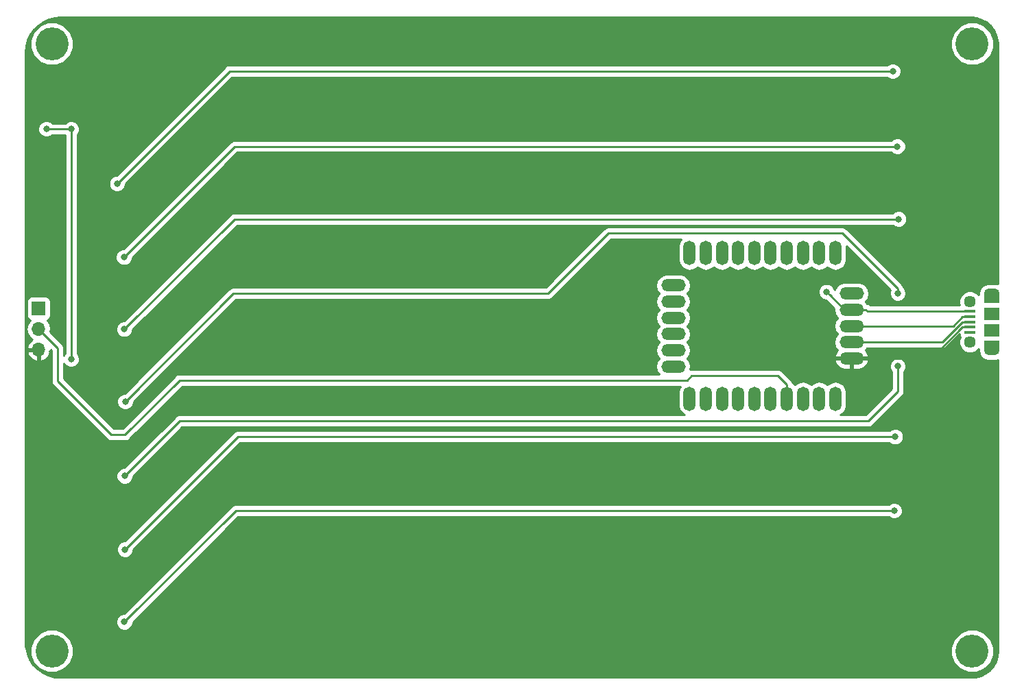
<source format=gbr>
G04 #@! TF.GenerationSoftware,KiCad,Pcbnew,(5.0.0-rc3-dev)*
G04 #@! TF.CreationDate,2018-08-27T10:34:44-04:00*
G04 #@! TF.ProjectId,Neopixel mini - 96 well,4E656F706978656C206D696E69202D20,rev?*
G04 #@! TF.SameCoordinates,Original*
G04 #@! TF.FileFunction,Copper,L2,Bot,Signal*
G04 #@! TF.FilePolarity,Positive*
%FSLAX46Y46*%
G04 Gerber Fmt 4.6, Leading zero omitted, Abs format (unit mm)*
G04 Created by KiCad (PCBNEW (5.0.0-rc3-dev)) date 08/27/18 10:34:44*
%MOMM*%
%LPD*%
G01*
G04 APERTURE LIST*
G04 #@! TA.AperFunction,ComponentPad*
%ADD10C,4.064000*%
G04 #@! TD*
G04 #@! TA.AperFunction,ComponentPad*
%ADD11O,1.700000X1.700000*%
G04 #@! TD*
G04 #@! TA.AperFunction,ComponentPad*
%ADD12R,1.700000X1.700000*%
G04 #@! TD*
G04 #@! TA.AperFunction,SMDPad,CuDef*
%ADD13R,1.900000X1.200000*%
G04 #@! TD*
G04 #@! TA.AperFunction,ComponentPad*
%ADD14O,1.900000X1.200000*%
G04 #@! TD*
G04 #@! TA.AperFunction,SMDPad,CuDef*
%ADD15R,1.900000X1.500000*%
G04 #@! TD*
G04 #@! TA.AperFunction,ComponentPad*
%ADD16C,1.450000*%
G04 #@! TD*
G04 #@! TA.AperFunction,SMDPad,CuDef*
%ADD17R,1.350000X0.400000*%
G04 #@! TD*
G04 #@! TA.AperFunction,SMDPad,CuDef*
%ADD18O,1.500000X3.000000*%
G04 #@! TD*
G04 #@! TA.AperFunction,SMDPad,CuDef*
%ADD19O,3.000000X1.500000*%
G04 #@! TD*
G04 #@! TA.AperFunction,ViaPad*
%ADD20C,0.800000*%
G04 #@! TD*
G04 #@! TA.AperFunction,Conductor*
%ADD21C,0.250000*%
G04 #@! TD*
G04 #@! TA.AperFunction,Conductor*
%ADD22C,0.254000*%
G04 #@! TD*
G04 APERTURE END LIST*
D10*
G04 #@! TO.P,REF\002A\002A,1*
G04 #@! TO.N,N/C*
X44000000Y-119000000D03*
G04 #@! TD*
G04 #@! TO.P,REF\002A\002A,1*
G04 #@! TO.N,N/C*
X157600000Y-119000000D03*
G04 #@! TD*
G04 #@! TO.P,REF\002A\002A,1*
G04 #@! TO.N,N/C*
X157600000Y-44000000D03*
G04 #@! TD*
D11*
G04 #@! TO.P,J1,3*
G04 #@! TO.N,GND*
X42357040Y-81767680D03*
G04 #@! TO.P,J1,2*
G04 #@! TO.N,Net-(D1-Pad3)*
X42357040Y-79227680D03*
D12*
G04 #@! TO.P,J1,1*
G04 #@! TO.N,VCC*
X42357040Y-76687680D03*
G04 #@! TD*
D10*
G04 #@! TO.P,REF\002A\002A,1*
G04 #@! TO.N,N/C*
X44000000Y-44000000D03*
G04 #@! TD*
D13*
G04 #@! TO.P,J2,6*
G04 #@! TO.N,N/C*
X160029640Y-75453920D03*
X160029640Y-81253920D03*
D14*
X160029640Y-81853920D03*
X160029640Y-74853920D03*
D15*
X160029640Y-77353920D03*
D16*
X157329640Y-80853920D03*
D17*
G04 #@! TO.P,J2,3*
G04 #@! TO.N,Net-(J2-Pad3)*
X157329640Y-78353920D03*
G04 #@! TO.P,J2,4*
G04 #@! TO.N,GND*
X157329640Y-79003920D03*
G04 #@! TO.P,J2,5*
G04 #@! TO.N,Net-(J2-Pad5)*
X157329640Y-79653920D03*
G04 #@! TO.P,J2,1*
G04 #@! TO.N,VCC*
X157329640Y-77053920D03*
G04 #@! TO.P,J2,2*
G04 #@! TO.N,Net-(J2-Pad2)*
X157329640Y-77703920D03*
D16*
G04 #@! TO.P,J2,6*
G04 #@! TO.N,N/C*
X157329640Y-75853920D03*
D15*
X160029640Y-79353920D03*
G04 #@! TD*
D18*
G04 #@! TO.P,U1,6*
G04 #@! TO.N,Net-(U1-Pad6)*
X130719320Y-87846680D03*
G04 #@! TO.P,U1,5*
G04 #@! TO.N,Net-(U1-Pad5)*
X132719320Y-87846680D03*
G04 #@! TO.P,U1,4*
G04 #@! TO.N,Net-(D1-Pad3)*
X134719320Y-87846680D03*
G04 #@! TO.P,U1,3*
G04 #@! TO.N,Net-(U1-Pad3)*
X136719320Y-87846680D03*
G04 #@! TO.P,U1,9*
G04 #@! TO.N,Net-(U1-Pad9)*
X124719320Y-87846680D03*
G04 #@! TO.P,U1,7*
G04 #@! TO.N,Net-(U1-Pad7)*
X128719320Y-87846680D03*
G04 #@! TO.P,U1,10*
G04 #@! TO.N,Net-(U1-Pad10)*
X122719320Y-87846680D03*
G04 #@! TO.P,U1,8*
G04 #@! TO.N,Net-(U1-Pad8)*
X126719320Y-87846680D03*
G04 #@! TO.P,U1,2*
G04 #@! TO.N,Net-(U1-Pad2)*
X138719320Y-87846680D03*
G04 #@! TO.P,U1,1*
G04 #@! TO.N,Net-(U1-Pad1)*
X140719320Y-87846680D03*
D19*
G04 #@! TO.P,U1,11*
G04 #@! TO.N,Net-(U1-Pad11)*
X120719320Y-83846680D03*
G04 #@! TO.P,U1,12*
G04 #@! TO.N,Net-(U1-Pad12)*
X120719320Y-81846680D03*
G04 #@! TO.P,U1,13*
G04 #@! TO.N,Net-(U1-Pad13)*
X120719320Y-79846680D03*
G04 #@! TO.P,U1,14*
G04 #@! TO.N,Net-(U1-Pad14)*
X120719320Y-77846680D03*
G04 #@! TO.P,U1,15*
G04 #@! TO.N,Net-(U1-Pad15)*
X120719320Y-75846680D03*
G04 #@! TO.P,U1,16*
G04 #@! TO.N,Net-(U1-Pad16)*
X120719320Y-73846680D03*
D18*
G04 #@! TO.P,U1,23*
G04 #@! TO.N,Net-(U1-Pad23)*
X134719320Y-69846680D03*
G04 #@! TO.P,U1,24*
G04 #@! TO.N,Net-(U1-Pad24)*
X136719320Y-69846680D03*
G04 #@! TO.P,U1,22*
G04 #@! TO.N,Net-(U1-Pad22)*
X132719320Y-69846680D03*
G04 #@! TO.P,U1,21*
G04 #@! TO.N,Net-(U1-Pad21)*
X130719320Y-69846680D03*
G04 #@! TO.P,U1,25*
G04 #@! TO.N,Net-(U1-Pad25)*
X138719320Y-69846680D03*
G04 #@! TO.P,U1,26*
G04 #@! TO.N,Net-(U1-Pad26)*
X140719320Y-69846680D03*
G04 #@! TO.P,U1,18*
G04 #@! TO.N,Net-(U1-Pad18)*
X124719320Y-69846680D03*
G04 #@! TO.P,U1,17*
G04 #@! TO.N,Net-(U1-Pad17)*
X122719320Y-69846680D03*
G04 #@! TO.P,U1,20*
G04 #@! TO.N,Net-(U1-Pad20)*
X128719320Y-69846680D03*
G04 #@! TO.P,U1,19*
G04 #@! TO.N,Net-(U1-Pad19)*
X126719320Y-69846680D03*
D19*
G04 #@! TO.P,U1,30*
G04 #@! TO.N,Net-(J2-Pad3)*
X142719320Y-80846680D03*
G04 #@! TO.P,U1,28*
G04 #@! TO.N,VCC*
X142719320Y-76846680D03*
G04 #@! TO.P,U1,31*
G04 #@! TO.N,GND*
X142719320Y-82846680D03*
G04 #@! TO.P,U1,29*
G04 #@! TO.N,Net-(J2-Pad2)*
X142719320Y-78846680D03*
G04 #@! TO.P,U1,27*
G04 #@! TO.N,Net-(U1-Pad27)*
X142719320Y-74846680D03*
G04 #@! TD*
D20*
G04 #@! TO.N,Net-(D72-Pad1)*
X53030120Y-106451400D03*
G04 #@! TO.N,Net-(D84-Pad1)*
X52948840Y-115412520D03*
X147990560Y-101671120D03*
G04 #@! TO.N,Net-(D72-Pad1)*
X148107400Y-92532200D03*
G04 #@! TO.N,VCC*
X46390560Y-82961480D03*
G04 #@! TO.N,Net-(D36-Pad1)*
X148523960Y-65638680D03*
X52943760Y-79248000D03*
G04 #@! TO.N,Net-(D24-Pad1)*
X52898040Y-70358000D03*
X148376640Y-56662320D03*
G04 #@! TO.N,Net-(D12-Pad1)*
X52054760Y-61254640D03*
X147792440Y-47381160D03*
G04 #@! TO.N,VCC*
X46380400Y-54543960D03*
X43327320Y-54508400D03*
G04 #@! TO.N,Net-(D48-Pad1)*
X53050440Y-88188800D03*
X148417280Y-74823320D03*
G04 #@! TO.N,Net-(D60-Pad1)*
X148432520Y-83814920D03*
X52974240Y-97383600D03*
G04 #@! TO.N,VCC*
X139618720Y-74630280D03*
G04 #@! TD*
D21*
G04 #@! TO.N,Net-(D12-Pad1)*
X65928240Y-47381160D02*
X52054760Y-61254640D01*
X147792440Y-47381160D02*
X65928240Y-47381160D01*
G04 #@! TO.N,VCC*
X43362880Y-54543960D02*
X43327320Y-54508400D01*
X46380400Y-54543960D02*
X43362880Y-54543960D01*
X46380400Y-82951320D02*
X46390560Y-82961480D01*
X46380400Y-54543960D02*
X46380400Y-82951320D01*
G04 #@! TO.N,Net-(D24-Pad1)*
X66593720Y-56662320D02*
X52898040Y-70358000D01*
X148376640Y-56662320D02*
X66593720Y-56662320D01*
G04 #@! TO.N,Net-(D36-Pad1)*
X66553080Y-65638680D02*
X52943760Y-79248000D01*
X148523960Y-65638680D02*
X66553080Y-65638680D01*
G04 #@! TO.N,Net-(D48-Pad1)*
X66415920Y-74823320D02*
X53050440Y-88188800D01*
X105272840Y-74823320D02*
X66415920Y-74823320D01*
X112720120Y-67376040D02*
X105272840Y-74823320D01*
X141535685Y-67376040D02*
X112720120Y-67376040D01*
X148417280Y-74823320D02*
X148417280Y-74257635D01*
X148417280Y-74257635D02*
X141535685Y-67376040D01*
G04 #@! TO.N,Net-(D60-Pad1)*
X148432520Y-83814920D02*
X148432520Y-86918800D01*
X148432520Y-86918800D02*
X144754600Y-90596720D01*
X59761120Y-90596720D02*
X58531760Y-91826080D01*
X144754600Y-90596720D02*
X59761120Y-90596720D01*
X58531760Y-91826080D02*
X52974240Y-97383600D01*
G04 #@! TO.N,Net-(D72-Pad1)*
X66949320Y-92532200D02*
X53030120Y-106451400D01*
X148107400Y-92532200D02*
X66949320Y-92532200D01*
G04 #@! TO.N,Net-(D84-Pad1)*
X66690240Y-101671120D02*
X52948840Y-115412520D01*
X147990560Y-101671120D02*
X66690240Y-101671120D01*
G04 #@! TO.N,Net-(J2-Pad3)*
X144469320Y-80846680D02*
X142719320Y-80846680D01*
X153911880Y-80846680D02*
X144469320Y-80846680D01*
X156404640Y-78353920D02*
X153911880Y-80846680D01*
X157329640Y-78353920D02*
X156404640Y-78353920D01*
G04 #@! TO.N,GND*
X144469320Y-82846680D02*
X142719320Y-82846680D01*
X152561880Y-82846680D02*
X144469320Y-82846680D01*
X156404640Y-79003920D02*
X152561880Y-82846680D01*
X157329640Y-79003920D02*
X156404640Y-79003920D01*
G04 #@! TO.N,VCC*
X142926560Y-77053920D02*
X142719320Y-76846680D01*
X156404640Y-77053920D02*
X157329640Y-77053920D01*
X144676560Y-77053920D02*
X156404640Y-77053920D01*
X144469320Y-76846680D02*
X144676560Y-77053920D01*
X142719320Y-76846680D02*
X144469320Y-76846680D01*
X140018719Y-75030279D02*
X139618720Y-74630280D01*
X141835120Y-76846680D02*
X140018719Y-75030279D01*
X142719320Y-76846680D02*
X141835120Y-76846680D01*
G04 #@! TO.N,Net-(D1-Pad3)*
X134719320Y-86096680D02*
X133616120Y-84993480D01*
X134719320Y-87846680D02*
X134719320Y-86096680D01*
X133616120Y-84993480D02*
X122951240Y-84993480D01*
X122951240Y-84993480D02*
X122397520Y-85547200D01*
X122397520Y-85547200D02*
X59766200Y-85547200D01*
X59766200Y-85547200D02*
X53045360Y-92268040D01*
X53045360Y-92268040D02*
X51318160Y-92268040D01*
X51318160Y-92268040D02*
X44698920Y-85648800D01*
X44698920Y-81569560D02*
X42357040Y-79227680D01*
X44698920Y-85648800D02*
X44698920Y-81569560D01*
G04 #@! TO.N,Net-(J2-Pad2)*
X144469320Y-78846680D02*
X142719320Y-78846680D01*
X155261880Y-78846680D02*
X144469320Y-78846680D01*
X156404640Y-77703920D02*
X155261880Y-78846680D01*
X157329640Y-77703920D02*
X156404640Y-77703920D01*
G04 #@! TD*
D22*
G04 #@! TO.N,GND*
G36*
X158155756Y-40805391D02*
X158784730Y-41002500D01*
X159361224Y-41322055D01*
X159861682Y-41751001D01*
X160265669Y-42271818D01*
X160556682Y-42863233D01*
X160725112Y-43509848D01*
X160765001Y-44028251D01*
X160765001Y-73671378D01*
X160501276Y-73618920D01*
X159558004Y-73618920D01*
X159197767Y-73690576D01*
X158789255Y-73963535D01*
X158516296Y-74372047D01*
X158420445Y-74853920D01*
X158432200Y-74913016D01*
X158432200Y-75033150D01*
X158100018Y-74700968D01*
X157600161Y-74493920D01*
X157059119Y-74493920D01*
X156559262Y-74700968D01*
X156176688Y-75083542D01*
X155969640Y-75583399D01*
X155969640Y-76124441D01*
X156039841Y-76293920D01*
X145010019Y-76293920D01*
X144765857Y-76130776D01*
X144639960Y-76105733D01*
X144467849Y-75848151D01*
X144465647Y-75846680D01*
X144467849Y-75845209D01*
X144773961Y-75387080D01*
X144881453Y-74846680D01*
X144773961Y-74306280D01*
X144467849Y-73848151D01*
X144009720Y-73542039D01*
X143605727Y-73461680D01*
X141832913Y-73461680D01*
X141428920Y-73542039D01*
X140970791Y-73848151D01*
X140664679Y-74306280D01*
X140645250Y-74403957D01*
X140496151Y-74044000D01*
X140205000Y-73752849D01*
X139824594Y-73595280D01*
X139412846Y-73595280D01*
X139032440Y-73752849D01*
X138741289Y-74044000D01*
X138583720Y-74424406D01*
X138583720Y-74836154D01*
X138741289Y-75216560D01*
X139032440Y-75507711D01*
X139412846Y-75665280D01*
X139578919Y-75665280D01*
X140590889Y-76677250D01*
X140557187Y-76846680D01*
X140664679Y-77387080D01*
X140970791Y-77845209D01*
X140972993Y-77846680D01*
X140970791Y-77848151D01*
X140664679Y-78306280D01*
X140557187Y-78846680D01*
X140664679Y-79387080D01*
X140970791Y-79845209D01*
X140972993Y-79846680D01*
X140970791Y-79848151D01*
X140664679Y-80306280D01*
X140557187Y-80846680D01*
X140664679Y-81387080D01*
X140970791Y-81845209D01*
X141007856Y-81869975D01*
X140900175Y-81957140D01*
X140641147Y-82433996D01*
X140627002Y-82505495D01*
X140749664Y-82719680D01*
X142592320Y-82719680D01*
X142592320Y-82699680D01*
X142846320Y-82699680D01*
X142846320Y-82719680D01*
X144688976Y-82719680D01*
X144811638Y-82505495D01*
X144797493Y-82433996D01*
X144538465Y-81957140D01*
X144430784Y-81869975D01*
X144467849Y-81845209D01*
X144627229Y-81606680D01*
X153837033Y-81606680D01*
X153911880Y-81621568D01*
X153986727Y-81606680D01*
X153986732Y-81606680D01*
X154208417Y-81562584D01*
X154459809Y-81394609D01*
X154502211Y-81331150D01*
X156007200Y-79826162D01*
X156007200Y-79853920D01*
X156056483Y-80101685D01*
X156126048Y-80205796D01*
X155969640Y-80583399D01*
X155969640Y-81124441D01*
X156176688Y-81624298D01*
X156559262Y-82006872D01*
X157059119Y-82213920D01*
X157600161Y-82213920D01*
X158100018Y-82006872D01*
X158432200Y-81674690D01*
X158432200Y-81794824D01*
X158420445Y-81853920D01*
X158516296Y-82335793D01*
X158789255Y-82744305D01*
X159197767Y-83017264D01*
X159558004Y-83088920D01*
X160501276Y-83088920D01*
X160765000Y-83036462D01*
X160765000Y-118962769D01*
X160694609Y-119655759D01*
X160497499Y-120284734D01*
X160177945Y-120861224D01*
X159749002Y-121361680D01*
X159228182Y-121765669D01*
X158636767Y-122056682D01*
X157990153Y-122225112D01*
X157471762Y-122265000D01*
X45032731Y-122265000D01*
X44245252Y-122194719D01*
X43514357Y-121994769D01*
X42830425Y-121668550D01*
X42215072Y-121226374D01*
X41687741Y-120682211D01*
X41265114Y-120053274D01*
X40960536Y-119359429D01*
X40782286Y-118616961D01*
X40771458Y-118469501D01*
X41333000Y-118469501D01*
X41333000Y-119530499D01*
X41739026Y-120510734D01*
X42489266Y-121260974D01*
X43469501Y-121667000D01*
X44530499Y-121667000D01*
X45510734Y-121260974D01*
X46260974Y-120510734D01*
X46667000Y-119530499D01*
X46667000Y-118469501D01*
X154933000Y-118469501D01*
X154933000Y-119530499D01*
X155339026Y-120510734D01*
X156089266Y-121260974D01*
X157069501Y-121667000D01*
X158130499Y-121667000D01*
X159110734Y-121260974D01*
X159860974Y-120510734D01*
X160267000Y-119530499D01*
X160267000Y-118469501D01*
X159860974Y-117489266D01*
X159110734Y-116739026D01*
X158130499Y-116333000D01*
X157069501Y-116333000D01*
X156089266Y-116739026D01*
X155339026Y-117489266D01*
X154933000Y-118469501D01*
X46667000Y-118469501D01*
X46260974Y-117489266D01*
X45510734Y-116739026D01*
X44530499Y-116333000D01*
X43469501Y-116333000D01*
X42489266Y-116739026D01*
X41739026Y-117489266D01*
X41333000Y-118469501D01*
X40771458Y-118469501D01*
X40735000Y-117973051D01*
X40735000Y-115206646D01*
X51913840Y-115206646D01*
X51913840Y-115618394D01*
X52071409Y-115998800D01*
X52362560Y-116289951D01*
X52742966Y-116447520D01*
X53154714Y-116447520D01*
X53535120Y-116289951D01*
X53826271Y-115998800D01*
X53983840Y-115618394D01*
X53983840Y-115452321D01*
X67005042Y-102431120D01*
X147286849Y-102431120D01*
X147404280Y-102548551D01*
X147784686Y-102706120D01*
X148196434Y-102706120D01*
X148576840Y-102548551D01*
X148867991Y-102257400D01*
X149025560Y-101876994D01*
X149025560Y-101465246D01*
X148867991Y-101084840D01*
X148576840Y-100793689D01*
X148196434Y-100636120D01*
X147784686Y-100636120D01*
X147404280Y-100793689D01*
X147286849Y-100911120D01*
X66765086Y-100911120D01*
X66690239Y-100896232D01*
X66615392Y-100911120D01*
X66615388Y-100911120D01*
X66393703Y-100955216D01*
X66142311Y-101123191D01*
X66099911Y-101186647D01*
X52909039Y-114377520D01*
X52742966Y-114377520D01*
X52362560Y-114535089D01*
X52071409Y-114826240D01*
X51913840Y-115206646D01*
X40735000Y-115206646D01*
X40735000Y-106245526D01*
X51995120Y-106245526D01*
X51995120Y-106657274D01*
X52152689Y-107037680D01*
X52443840Y-107328831D01*
X52824246Y-107486400D01*
X53235994Y-107486400D01*
X53616400Y-107328831D01*
X53907551Y-107037680D01*
X54065120Y-106657274D01*
X54065120Y-106491201D01*
X67264123Y-93292200D01*
X147403689Y-93292200D01*
X147521120Y-93409631D01*
X147901526Y-93567200D01*
X148313274Y-93567200D01*
X148693680Y-93409631D01*
X148984831Y-93118480D01*
X149142400Y-92738074D01*
X149142400Y-92326326D01*
X148984831Y-91945920D01*
X148693680Y-91654769D01*
X148313274Y-91497200D01*
X147901526Y-91497200D01*
X147521120Y-91654769D01*
X147403689Y-91772200D01*
X67024166Y-91772200D01*
X66949319Y-91757312D01*
X66874472Y-91772200D01*
X66874468Y-91772200D01*
X66652783Y-91816296D01*
X66638139Y-91826081D01*
X66464846Y-91941871D01*
X66464844Y-91941873D01*
X66401391Y-91984271D01*
X66358993Y-92047724D01*
X52990319Y-105416400D01*
X52824246Y-105416400D01*
X52443840Y-105573969D01*
X52152689Y-105865120D01*
X51995120Y-106245526D01*
X40735000Y-106245526D01*
X40735000Y-82124570D01*
X40915564Y-82124570D01*
X41085395Y-82534604D01*
X41475682Y-82962863D01*
X42000148Y-83209166D01*
X42230040Y-83088499D01*
X42230040Y-81894680D01*
X41036885Y-81894680D01*
X40915564Y-82124570D01*
X40735000Y-82124570D01*
X40735000Y-79227680D01*
X40842948Y-79227680D01*
X40958201Y-79807098D01*
X41286415Y-80298305D01*
X41605518Y-80511523D01*
X41475682Y-80572497D01*
X41085395Y-81000756D01*
X40915564Y-81410790D01*
X41036885Y-81640680D01*
X42230040Y-81640680D01*
X42230040Y-81620680D01*
X42484040Y-81620680D01*
X42484040Y-81640680D01*
X42504040Y-81640680D01*
X42504040Y-81894680D01*
X42484040Y-81894680D01*
X42484040Y-83088499D01*
X42713932Y-83209166D01*
X43238398Y-82962863D01*
X43628685Y-82534604D01*
X43798516Y-82124570D01*
X43677196Y-81894682D01*
X43842040Y-81894682D01*
X43842040Y-81787483D01*
X43938921Y-81884364D01*
X43938920Y-85573953D01*
X43924032Y-85648800D01*
X43938920Y-85723647D01*
X43938920Y-85723651D01*
X43983016Y-85945336D01*
X44150991Y-86196729D01*
X44214450Y-86239131D01*
X50727831Y-92752513D01*
X50770231Y-92815969D01*
X51021623Y-92983944D01*
X51243308Y-93028040D01*
X51243313Y-93028040D01*
X51318160Y-93042928D01*
X51393007Y-93028040D01*
X52970513Y-93028040D01*
X53045360Y-93042928D01*
X53120207Y-93028040D01*
X53120212Y-93028040D01*
X53341897Y-92983944D01*
X53593289Y-92815969D01*
X53635691Y-92752510D01*
X60081002Y-86307200D01*
X121581110Y-86307200D01*
X121414679Y-86556281D01*
X121334320Y-86960274D01*
X121334320Y-88733087D01*
X121414680Y-89137080D01*
X121720792Y-89595209D01*
X122082239Y-89836720D01*
X59835968Y-89836720D01*
X59761120Y-89821832D01*
X59686272Y-89836720D01*
X59686268Y-89836720D01*
X59464583Y-89880816D01*
X59213191Y-90048791D01*
X59170791Y-90112247D01*
X58047290Y-91235749D01*
X58047287Y-91235751D01*
X52934439Y-96348600D01*
X52768366Y-96348600D01*
X52387960Y-96506169D01*
X52096809Y-96797320D01*
X51939240Y-97177726D01*
X51939240Y-97589474D01*
X52096809Y-97969880D01*
X52387960Y-98261031D01*
X52768366Y-98418600D01*
X53180114Y-98418600D01*
X53560520Y-98261031D01*
X53851671Y-97969880D01*
X54009240Y-97589474D01*
X54009240Y-97423401D01*
X59122089Y-92310553D01*
X59122091Y-92310550D01*
X60075922Y-91356720D01*
X144679753Y-91356720D01*
X144754600Y-91371608D01*
X144829447Y-91356720D01*
X144829452Y-91356720D01*
X145051137Y-91312624D01*
X145302529Y-91144649D01*
X145344931Y-91081190D01*
X148916996Y-87509127D01*
X148980449Y-87466729D01*
X149022847Y-87403276D01*
X149022849Y-87403274D01*
X149148423Y-87215338D01*
X149148424Y-87215337D01*
X149192520Y-86993652D01*
X149192520Y-86993648D01*
X149207408Y-86918801D01*
X149192520Y-86843954D01*
X149192520Y-84518631D01*
X149309951Y-84401200D01*
X149467520Y-84020794D01*
X149467520Y-83609046D01*
X149309951Y-83228640D01*
X149018800Y-82937489D01*
X148638394Y-82779920D01*
X148226646Y-82779920D01*
X147846240Y-82937489D01*
X147555089Y-83228640D01*
X147397520Y-83609046D01*
X147397520Y-84020794D01*
X147555089Y-84401200D01*
X147672520Y-84518631D01*
X147672521Y-86603996D01*
X144439799Y-89836720D01*
X141356402Y-89836720D01*
X141717849Y-89595209D01*
X142023961Y-89137080D01*
X142104320Y-88733087D01*
X142104320Y-86960273D01*
X142023961Y-86556280D01*
X141717848Y-86098151D01*
X141259719Y-85792039D01*
X140719320Y-85684547D01*
X140178920Y-85792039D01*
X139720791Y-86098152D01*
X139719320Y-86100354D01*
X139717848Y-86098151D01*
X139259719Y-85792039D01*
X138719320Y-85684547D01*
X138178920Y-85792039D01*
X137720791Y-86098152D01*
X137719320Y-86100354D01*
X137717848Y-86098151D01*
X137259719Y-85792039D01*
X136719320Y-85684547D01*
X136178920Y-85792039D01*
X135720791Y-86098152D01*
X135719320Y-86100354D01*
X135717848Y-86098151D01*
X135460267Y-85926041D01*
X135435224Y-85800143D01*
X135334100Y-85648800D01*
X135309649Y-85612206D01*
X135309647Y-85612204D01*
X135267249Y-85548751D01*
X135203795Y-85506353D01*
X134206451Y-84509009D01*
X134164049Y-84445551D01*
X133912657Y-84277576D01*
X133690972Y-84233480D01*
X133690967Y-84233480D01*
X133616120Y-84218592D01*
X133541273Y-84233480D01*
X123026086Y-84233480D01*
X122951239Y-84218592D01*
X122876392Y-84233480D01*
X122876388Y-84233480D01*
X122801553Y-84248366D01*
X122881453Y-83846680D01*
X122773961Y-83306280D01*
X122694839Y-83187865D01*
X140627002Y-83187865D01*
X140641147Y-83259364D01*
X140900175Y-83736220D01*
X141321971Y-84077652D01*
X141842320Y-84231680D01*
X142592320Y-84231680D01*
X142592320Y-82973680D01*
X142846320Y-82973680D01*
X142846320Y-84231680D01*
X143596320Y-84231680D01*
X144116669Y-84077652D01*
X144538465Y-83736220D01*
X144797493Y-83259364D01*
X144811638Y-83187865D01*
X144688976Y-82973680D01*
X142846320Y-82973680D01*
X142592320Y-82973680D01*
X140749664Y-82973680D01*
X140627002Y-83187865D01*
X122694839Y-83187865D01*
X122467849Y-82848151D01*
X122465647Y-82846680D01*
X122467849Y-82845209D01*
X122773961Y-82387080D01*
X122881453Y-81846680D01*
X122773961Y-81306280D01*
X122467849Y-80848151D01*
X122465647Y-80846680D01*
X122467849Y-80845209D01*
X122773961Y-80387080D01*
X122881453Y-79846680D01*
X122773961Y-79306280D01*
X122467849Y-78848151D01*
X122465647Y-78846680D01*
X122467849Y-78845209D01*
X122773961Y-78387080D01*
X122881453Y-77846680D01*
X122773961Y-77306280D01*
X122467849Y-76848151D01*
X122465647Y-76846680D01*
X122467849Y-76845209D01*
X122773961Y-76387080D01*
X122881453Y-75846680D01*
X122773961Y-75306280D01*
X122467849Y-74848151D01*
X122465647Y-74846680D01*
X122467849Y-74845209D01*
X122773961Y-74387080D01*
X122881453Y-73846680D01*
X122773961Y-73306280D01*
X122467849Y-72848151D01*
X122009720Y-72542039D01*
X121605727Y-72461680D01*
X119832913Y-72461680D01*
X119428920Y-72542039D01*
X118970791Y-72848151D01*
X118664679Y-73306280D01*
X118557187Y-73846680D01*
X118664679Y-74387080D01*
X118970791Y-74845209D01*
X118972993Y-74846680D01*
X118970791Y-74848151D01*
X118664679Y-75306280D01*
X118557187Y-75846680D01*
X118664679Y-76387080D01*
X118970791Y-76845209D01*
X118972993Y-76846680D01*
X118970791Y-76848151D01*
X118664679Y-77306280D01*
X118557187Y-77846680D01*
X118664679Y-78387080D01*
X118970791Y-78845209D01*
X118972993Y-78846680D01*
X118970791Y-78848151D01*
X118664679Y-79306280D01*
X118557187Y-79846680D01*
X118664679Y-80387080D01*
X118970791Y-80845209D01*
X118972993Y-80846680D01*
X118970791Y-80848151D01*
X118664679Y-81306280D01*
X118557187Y-81846680D01*
X118664679Y-82387080D01*
X118970791Y-82845209D01*
X118972993Y-82846680D01*
X118970791Y-82848151D01*
X118664679Y-83306280D01*
X118557187Y-83846680D01*
X118664679Y-84387080D01*
X118932031Y-84787200D01*
X59841046Y-84787200D01*
X59766199Y-84772312D01*
X59691352Y-84787200D01*
X59691348Y-84787200D01*
X59469663Y-84831296D01*
X59218271Y-84999271D01*
X59175871Y-85062727D01*
X52730559Y-91508040D01*
X51632962Y-91508040D01*
X48107848Y-87982926D01*
X52015440Y-87982926D01*
X52015440Y-88394674D01*
X52173009Y-88775080D01*
X52464160Y-89066231D01*
X52844566Y-89223800D01*
X53256314Y-89223800D01*
X53636720Y-89066231D01*
X53927871Y-88775080D01*
X54085440Y-88394674D01*
X54085440Y-88228601D01*
X66730722Y-75583320D01*
X105197993Y-75583320D01*
X105272840Y-75598208D01*
X105347687Y-75583320D01*
X105347692Y-75583320D01*
X105569377Y-75539224D01*
X105820769Y-75371249D01*
X105863171Y-75307790D01*
X113034923Y-68136040D01*
X121695475Y-68136040D01*
X121414679Y-68556281D01*
X121334320Y-68960274D01*
X121334320Y-70733087D01*
X121414680Y-71137080D01*
X121720792Y-71595209D01*
X122178921Y-71901321D01*
X122719320Y-72008813D01*
X123259720Y-71901321D01*
X123717849Y-71595209D01*
X123719321Y-71593007D01*
X123720792Y-71595209D01*
X124178921Y-71901321D01*
X124719320Y-72008813D01*
X125259720Y-71901321D01*
X125717849Y-71595209D01*
X125719321Y-71593007D01*
X125720792Y-71595209D01*
X126178921Y-71901321D01*
X126719320Y-72008813D01*
X127259720Y-71901321D01*
X127717849Y-71595209D01*
X127719321Y-71593007D01*
X127720792Y-71595209D01*
X128178921Y-71901321D01*
X128719320Y-72008813D01*
X129259720Y-71901321D01*
X129717849Y-71595209D01*
X129719321Y-71593007D01*
X129720792Y-71595209D01*
X130178921Y-71901321D01*
X130719320Y-72008813D01*
X131259720Y-71901321D01*
X131717849Y-71595209D01*
X131719321Y-71593007D01*
X131720792Y-71595209D01*
X132178921Y-71901321D01*
X132719320Y-72008813D01*
X133259720Y-71901321D01*
X133717849Y-71595209D01*
X133719321Y-71593007D01*
X133720792Y-71595209D01*
X134178921Y-71901321D01*
X134719320Y-72008813D01*
X135259720Y-71901321D01*
X135717849Y-71595209D01*
X135719321Y-71593007D01*
X135720792Y-71595209D01*
X136178921Y-71901321D01*
X136719320Y-72008813D01*
X137259720Y-71901321D01*
X137717849Y-71595209D01*
X137719321Y-71593007D01*
X137720792Y-71595209D01*
X138178921Y-71901321D01*
X138719320Y-72008813D01*
X139259720Y-71901321D01*
X139717849Y-71595209D01*
X139719321Y-71593007D01*
X139720792Y-71595209D01*
X140178921Y-71901321D01*
X140719320Y-72008813D01*
X141259720Y-71901321D01*
X141717849Y-71595209D01*
X142023961Y-71137080D01*
X142104320Y-70733087D01*
X142104320Y-69019476D01*
X147476008Y-74391165D01*
X147382280Y-74617446D01*
X147382280Y-75029194D01*
X147539849Y-75409600D01*
X147831000Y-75700751D01*
X148211406Y-75858320D01*
X148623154Y-75858320D01*
X149003560Y-75700751D01*
X149294711Y-75409600D01*
X149452280Y-75029194D01*
X149452280Y-74617446D01*
X149294711Y-74237040D01*
X149161594Y-74103923D01*
X149133184Y-73961098D01*
X148965209Y-73709706D01*
X148901753Y-73667306D01*
X142126016Y-66891570D01*
X142083614Y-66828111D01*
X141832222Y-66660136D01*
X141610537Y-66616040D01*
X141610532Y-66616040D01*
X141535685Y-66601152D01*
X141460838Y-66616040D01*
X112794966Y-66616040D01*
X112720119Y-66601152D01*
X112645272Y-66616040D01*
X112645268Y-66616040D01*
X112423583Y-66660136D01*
X112423581Y-66660137D01*
X112423582Y-66660137D01*
X112235646Y-66785711D01*
X112235644Y-66785713D01*
X112172191Y-66828111D01*
X112129793Y-66891564D01*
X104958039Y-74063320D01*
X66490766Y-74063320D01*
X66415919Y-74048432D01*
X66341072Y-74063320D01*
X66341068Y-74063320D01*
X66119383Y-74107416D01*
X65867991Y-74275391D01*
X65825591Y-74338847D01*
X53010639Y-87153800D01*
X52844566Y-87153800D01*
X52464160Y-87311369D01*
X52173009Y-87602520D01*
X52015440Y-87982926D01*
X48107848Y-87982926D01*
X45458920Y-85333999D01*
X45458920Y-83416888D01*
X45513129Y-83547760D01*
X45804280Y-83838911D01*
X46184686Y-83996480D01*
X46596434Y-83996480D01*
X46976840Y-83838911D01*
X47267991Y-83547760D01*
X47425560Y-83167354D01*
X47425560Y-82755606D01*
X47267991Y-82375200D01*
X47140400Y-82247609D01*
X47140400Y-79042126D01*
X51908760Y-79042126D01*
X51908760Y-79453874D01*
X52066329Y-79834280D01*
X52357480Y-80125431D01*
X52737886Y-80283000D01*
X53149634Y-80283000D01*
X53530040Y-80125431D01*
X53821191Y-79834280D01*
X53978760Y-79453874D01*
X53978760Y-79287801D01*
X66867882Y-66398680D01*
X147820249Y-66398680D01*
X147937680Y-66516111D01*
X148318086Y-66673680D01*
X148729834Y-66673680D01*
X149110240Y-66516111D01*
X149401391Y-66224960D01*
X149558960Y-65844554D01*
X149558960Y-65432806D01*
X149401391Y-65052400D01*
X149110240Y-64761249D01*
X148729834Y-64603680D01*
X148318086Y-64603680D01*
X147937680Y-64761249D01*
X147820249Y-64878680D01*
X66627927Y-64878680D01*
X66553080Y-64863792D01*
X66478233Y-64878680D01*
X66478228Y-64878680D01*
X66256543Y-64922776D01*
X66005151Y-65090751D01*
X65962751Y-65154207D01*
X52903959Y-78213000D01*
X52737886Y-78213000D01*
X52357480Y-78370569D01*
X52066329Y-78661720D01*
X51908760Y-79042126D01*
X47140400Y-79042126D01*
X47140400Y-70152126D01*
X51863040Y-70152126D01*
X51863040Y-70563874D01*
X52020609Y-70944280D01*
X52311760Y-71235431D01*
X52692166Y-71393000D01*
X53103914Y-71393000D01*
X53484320Y-71235431D01*
X53775471Y-70944280D01*
X53933040Y-70563874D01*
X53933040Y-70397801D01*
X66908523Y-57422320D01*
X147672929Y-57422320D01*
X147790360Y-57539751D01*
X148170766Y-57697320D01*
X148582514Y-57697320D01*
X148962920Y-57539751D01*
X149254071Y-57248600D01*
X149411640Y-56868194D01*
X149411640Y-56456446D01*
X149254071Y-56076040D01*
X148962920Y-55784889D01*
X148582514Y-55627320D01*
X148170766Y-55627320D01*
X147790360Y-55784889D01*
X147672929Y-55902320D01*
X66668566Y-55902320D01*
X66593719Y-55887432D01*
X66518872Y-55902320D01*
X66518868Y-55902320D01*
X66297183Y-55946416D01*
X66297181Y-55946417D01*
X66297182Y-55946417D01*
X66109246Y-56071991D01*
X66109244Y-56071993D01*
X66045791Y-56114391D01*
X66003393Y-56177844D01*
X52858239Y-69323000D01*
X52692166Y-69323000D01*
X52311760Y-69480569D01*
X52020609Y-69771720D01*
X51863040Y-70152126D01*
X47140400Y-70152126D01*
X47140400Y-61048766D01*
X51019760Y-61048766D01*
X51019760Y-61460514D01*
X51177329Y-61840920D01*
X51468480Y-62132071D01*
X51848886Y-62289640D01*
X52260634Y-62289640D01*
X52641040Y-62132071D01*
X52932191Y-61840920D01*
X53089760Y-61460514D01*
X53089760Y-61294441D01*
X66243042Y-48141160D01*
X147088729Y-48141160D01*
X147206160Y-48258591D01*
X147586566Y-48416160D01*
X147998314Y-48416160D01*
X148378720Y-48258591D01*
X148669871Y-47967440D01*
X148827440Y-47587034D01*
X148827440Y-47175286D01*
X148669871Y-46794880D01*
X148378720Y-46503729D01*
X147998314Y-46346160D01*
X147586566Y-46346160D01*
X147206160Y-46503729D01*
X147088729Y-46621160D01*
X66003088Y-46621160D01*
X65928240Y-46606272D01*
X65853392Y-46621160D01*
X65853388Y-46621160D01*
X65631703Y-46665256D01*
X65380311Y-46833231D01*
X65337911Y-46896687D01*
X52014959Y-60219640D01*
X51848886Y-60219640D01*
X51468480Y-60377209D01*
X51177329Y-60668360D01*
X51019760Y-61048766D01*
X47140400Y-61048766D01*
X47140400Y-55247671D01*
X47257831Y-55130240D01*
X47415400Y-54749834D01*
X47415400Y-54338086D01*
X47257831Y-53957680D01*
X46966680Y-53666529D01*
X46586274Y-53508960D01*
X46174526Y-53508960D01*
X45794120Y-53666529D01*
X45676689Y-53783960D01*
X44066591Y-53783960D01*
X43913600Y-53630969D01*
X43533194Y-53473400D01*
X43121446Y-53473400D01*
X42741040Y-53630969D01*
X42449889Y-53922120D01*
X42292320Y-54302526D01*
X42292320Y-54714274D01*
X42449889Y-55094680D01*
X42741040Y-55385831D01*
X43121446Y-55543400D01*
X43533194Y-55543400D01*
X43913600Y-55385831D01*
X43995471Y-55303960D01*
X45620400Y-55303960D01*
X45620401Y-82267928D01*
X45513129Y-82375200D01*
X45458920Y-82506072D01*
X45458920Y-81644406D01*
X45473808Y-81569559D01*
X45458920Y-81494712D01*
X45458920Y-81494708D01*
X45414824Y-81273023D01*
X45373022Y-81210462D01*
X45289249Y-81085086D01*
X45289247Y-81085084D01*
X45246849Y-81021631D01*
X45183396Y-80979233D01*
X43798249Y-79594087D01*
X43871132Y-79227680D01*
X43755879Y-78648262D01*
X43427665Y-78157055D01*
X43409421Y-78144864D01*
X43454805Y-78135837D01*
X43664849Y-77995489D01*
X43805197Y-77785445D01*
X43854480Y-77537680D01*
X43854480Y-75837680D01*
X43805197Y-75589915D01*
X43664849Y-75379871D01*
X43454805Y-75239523D01*
X43207040Y-75190240D01*
X41507040Y-75190240D01*
X41259275Y-75239523D01*
X41049231Y-75379871D01*
X40908883Y-75589915D01*
X40859600Y-75837680D01*
X40859600Y-77537680D01*
X40908883Y-77785445D01*
X41049231Y-77995489D01*
X41259275Y-78135837D01*
X41304659Y-78144864D01*
X41286415Y-78157055D01*
X40958201Y-78648262D01*
X40842948Y-79227680D01*
X40735000Y-79227680D01*
X40735000Y-45032731D01*
X40805281Y-44245253D01*
X41005231Y-43514357D01*
X41026626Y-43469501D01*
X41333000Y-43469501D01*
X41333000Y-44530499D01*
X41739026Y-45510734D01*
X42489266Y-46260974D01*
X43469501Y-46667000D01*
X44530499Y-46667000D01*
X45510734Y-46260974D01*
X46260974Y-45510734D01*
X46667000Y-44530499D01*
X46667000Y-43469501D01*
X154933000Y-43469501D01*
X154933000Y-44530499D01*
X155339026Y-45510734D01*
X156089266Y-46260974D01*
X157069501Y-46667000D01*
X158130499Y-46667000D01*
X159110734Y-46260974D01*
X159860974Y-45510734D01*
X160267000Y-44530499D01*
X160267000Y-43469501D01*
X159860974Y-42489266D01*
X159110734Y-41739026D01*
X158130499Y-41333000D01*
X157069501Y-41333000D01*
X156089266Y-41739026D01*
X155339026Y-42489266D01*
X154933000Y-43469501D01*
X46667000Y-43469501D01*
X46260974Y-42489266D01*
X45510734Y-41739026D01*
X44530499Y-41333000D01*
X43469501Y-41333000D01*
X42489266Y-41739026D01*
X41739026Y-42489266D01*
X41333000Y-43469501D01*
X41026626Y-43469501D01*
X41331450Y-42830425D01*
X41773626Y-42215072D01*
X42317789Y-41687741D01*
X42946726Y-41265114D01*
X43640570Y-40960537D01*
X44383039Y-40782285D01*
X45026949Y-40735000D01*
X157462770Y-40735000D01*
X158155756Y-40805391D01*
X158155756Y-40805391D01*
G37*
X158155756Y-40805391D02*
X158784730Y-41002500D01*
X159361224Y-41322055D01*
X159861682Y-41751001D01*
X160265669Y-42271818D01*
X160556682Y-42863233D01*
X160725112Y-43509848D01*
X160765001Y-44028251D01*
X160765001Y-73671378D01*
X160501276Y-73618920D01*
X159558004Y-73618920D01*
X159197767Y-73690576D01*
X158789255Y-73963535D01*
X158516296Y-74372047D01*
X158420445Y-74853920D01*
X158432200Y-74913016D01*
X158432200Y-75033150D01*
X158100018Y-74700968D01*
X157600161Y-74493920D01*
X157059119Y-74493920D01*
X156559262Y-74700968D01*
X156176688Y-75083542D01*
X155969640Y-75583399D01*
X155969640Y-76124441D01*
X156039841Y-76293920D01*
X145010019Y-76293920D01*
X144765857Y-76130776D01*
X144639960Y-76105733D01*
X144467849Y-75848151D01*
X144465647Y-75846680D01*
X144467849Y-75845209D01*
X144773961Y-75387080D01*
X144881453Y-74846680D01*
X144773961Y-74306280D01*
X144467849Y-73848151D01*
X144009720Y-73542039D01*
X143605727Y-73461680D01*
X141832913Y-73461680D01*
X141428920Y-73542039D01*
X140970791Y-73848151D01*
X140664679Y-74306280D01*
X140645250Y-74403957D01*
X140496151Y-74044000D01*
X140205000Y-73752849D01*
X139824594Y-73595280D01*
X139412846Y-73595280D01*
X139032440Y-73752849D01*
X138741289Y-74044000D01*
X138583720Y-74424406D01*
X138583720Y-74836154D01*
X138741289Y-75216560D01*
X139032440Y-75507711D01*
X139412846Y-75665280D01*
X139578919Y-75665280D01*
X140590889Y-76677250D01*
X140557187Y-76846680D01*
X140664679Y-77387080D01*
X140970791Y-77845209D01*
X140972993Y-77846680D01*
X140970791Y-77848151D01*
X140664679Y-78306280D01*
X140557187Y-78846680D01*
X140664679Y-79387080D01*
X140970791Y-79845209D01*
X140972993Y-79846680D01*
X140970791Y-79848151D01*
X140664679Y-80306280D01*
X140557187Y-80846680D01*
X140664679Y-81387080D01*
X140970791Y-81845209D01*
X141007856Y-81869975D01*
X140900175Y-81957140D01*
X140641147Y-82433996D01*
X140627002Y-82505495D01*
X140749664Y-82719680D01*
X142592320Y-82719680D01*
X142592320Y-82699680D01*
X142846320Y-82699680D01*
X142846320Y-82719680D01*
X144688976Y-82719680D01*
X144811638Y-82505495D01*
X144797493Y-82433996D01*
X144538465Y-81957140D01*
X144430784Y-81869975D01*
X144467849Y-81845209D01*
X144627229Y-81606680D01*
X153837033Y-81606680D01*
X153911880Y-81621568D01*
X153986727Y-81606680D01*
X153986732Y-81606680D01*
X154208417Y-81562584D01*
X154459809Y-81394609D01*
X154502211Y-81331150D01*
X156007200Y-79826162D01*
X156007200Y-79853920D01*
X156056483Y-80101685D01*
X156126048Y-80205796D01*
X155969640Y-80583399D01*
X155969640Y-81124441D01*
X156176688Y-81624298D01*
X156559262Y-82006872D01*
X157059119Y-82213920D01*
X157600161Y-82213920D01*
X158100018Y-82006872D01*
X158432200Y-81674690D01*
X158432200Y-81794824D01*
X158420445Y-81853920D01*
X158516296Y-82335793D01*
X158789255Y-82744305D01*
X159197767Y-83017264D01*
X159558004Y-83088920D01*
X160501276Y-83088920D01*
X160765000Y-83036462D01*
X160765000Y-118962769D01*
X160694609Y-119655759D01*
X160497499Y-120284734D01*
X160177945Y-120861224D01*
X159749002Y-121361680D01*
X159228182Y-121765669D01*
X158636767Y-122056682D01*
X157990153Y-122225112D01*
X157471762Y-122265000D01*
X45032731Y-122265000D01*
X44245252Y-122194719D01*
X43514357Y-121994769D01*
X42830425Y-121668550D01*
X42215072Y-121226374D01*
X41687741Y-120682211D01*
X41265114Y-120053274D01*
X40960536Y-119359429D01*
X40782286Y-118616961D01*
X40771458Y-118469501D01*
X41333000Y-118469501D01*
X41333000Y-119530499D01*
X41739026Y-120510734D01*
X42489266Y-121260974D01*
X43469501Y-121667000D01*
X44530499Y-121667000D01*
X45510734Y-121260974D01*
X46260974Y-120510734D01*
X46667000Y-119530499D01*
X46667000Y-118469501D01*
X154933000Y-118469501D01*
X154933000Y-119530499D01*
X155339026Y-120510734D01*
X156089266Y-121260974D01*
X157069501Y-121667000D01*
X158130499Y-121667000D01*
X159110734Y-121260974D01*
X159860974Y-120510734D01*
X160267000Y-119530499D01*
X160267000Y-118469501D01*
X159860974Y-117489266D01*
X159110734Y-116739026D01*
X158130499Y-116333000D01*
X157069501Y-116333000D01*
X156089266Y-116739026D01*
X155339026Y-117489266D01*
X154933000Y-118469501D01*
X46667000Y-118469501D01*
X46260974Y-117489266D01*
X45510734Y-116739026D01*
X44530499Y-116333000D01*
X43469501Y-116333000D01*
X42489266Y-116739026D01*
X41739026Y-117489266D01*
X41333000Y-118469501D01*
X40771458Y-118469501D01*
X40735000Y-117973051D01*
X40735000Y-115206646D01*
X51913840Y-115206646D01*
X51913840Y-115618394D01*
X52071409Y-115998800D01*
X52362560Y-116289951D01*
X52742966Y-116447520D01*
X53154714Y-116447520D01*
X53535120Y-116289951D01*
X53826271Y-115998800D01*
X53983840Y-115618394D01*
X53983840Y-115452321D01*
X67005042Y-102431120D01*
X147286849Y-102431120D01*
X147404280Y-102548551D01*
X147784686Y-102706120D01*
X148196434Y-102706120D01*
X148576840Y-102548551D01*
X148867991Y-102257400D01*
X149025560Y-101876994D01*
X149025560Y-101465246D01*
X148867991Y-101084840D01*
X148576840Y-100793689D01*
X148196434Y-100636120D01*
X147784686Y-100636120D01*
X147404280Y-100793689D01*
X147286849Y-100911120D01*
X66765086Y-100911120D01*
X66690239Y-100896232D01*
X66615392Y-100911120D01*
X66615388Y-100911120D01*
X66393703Y-100955216D01*
X66142311Y-101123191D01*
X66099911Y-101186647D01*
X52909039Y-114377520D01*
X52742966Y-114377520D01*
X52362560Y-114535089D01*
X52071409Y-114826240D01*
X51913840Y-115206646D01*
X40735000Y-115206646D01*
X40735000Y-106245526D01*
X51995120Y-106245526D01*
X51995120Y-106657274D01*
X52152689Y-107037680D01*
X52443840Y-107328831D01*
X52824246Y-107486400D01*
X53235994Y-107486400D01*
X53616400Y-107328831D01*
X53907551Y-107037680D01*
X54065120Y-106657274D01*
X54065120Y-106491201D01*
X67264123Y-93292200D01*
X147403689Y-93292200D01*
X147521120Y-93409631D01*
X147901526Y-93567200D01*
X148313274Y-93567200D01*
X148693680Y-93409631D01*
X148984831Y-93118480D01*
X149142400Y-92738074D01*
X149142400Y-92326326D01*
X148984831Y-91945920D01*
X148693680Y-91654769D01*
X148313274Y-91497200D01*
X147901526Y-91497200D01*
X147521120Y-91654769D01*
X147403689Y-91772200D01*
X67024166Y-91772200D01*
X66949319Y-91757312D01*
X66874472Y-91772200D01*
X66874468Y-91772200D01*
X66652783Y-91816296D01*
X66638139Y-91826081D01*
X66464846Y-91941871D01*
X66464844Y-91941873D01*
X66401391Y-91984271D01*
X66358993Y-92047724D01*
X52990319Y-105416400D01*
X52824246Y-105416400D01*
X52443840Y-105573969D01*
X52152689Y-105865120D01*
X51995120Y-106245526D01*
X40735000Y-106245526D01*
X40735000Y-82124570D01*
X40915564Y-82124570D01*
X41085395Y-82534604D01*
X41475682Y-82962863D01*
X42000148Y-83209166D01*
X42230040Y-83088499D01*
X42230040Y-81894680D01*
X41036885Y-81894680D01*
X40915564Y-82124570D01*
X40735000Y-82124570D01*
X40735000Y-79227680D01*
X40842948Y-79227680D01*
X40958201Y-79807098D01*
X41286415Y-80298305D01*
X41605518Y-80511523D01*
X41475682Y-80572497D01*
X41085395Y-81000756D01*
X40915564Y-81410790D01*
X41036885Y-81640680D01*
X42230040Y-81640680D01*
X42230040Y-81620680D01*
X42484040Y-81620680D01*
X42484040Y-81640680D01*
X42504040Y-81640680D01*
X42504040Y-81894680D01*
X42484040Y-81894680D01*
X42484040Y-83088499D01*
X42713932Y-83209166D01*
X43238398Y-82962863D01*
X43628685Y-82534604D01*
X43798516Y-82124570D01*
X43677196Y-81894682D01*
X43842040Y-81894682D01*
X43842040Y-81787483D01*
X43938921Y-81884364D01*
X43938920Y-85573953D01*
X43924032Y-85648800D01*
X43938920Y-85723647D01*
X43938920Y-85723651D01*
X43983016Y-85945336D01*
X44150991Y-86196729D01*
X44214450Y-86239131D01*
X50727831Y-92752513D01*
X50770231Y-92815969D01*
X51021623Y-92983944D01*
X51243308Y-93028040D01*
X51243313Y-93028040D01*
X51318160Y-93042928D01*
X51393007Y-93028040D01*
X52970513Y-93028040D01*
X53045360Y-93042928D01*
X53120207Y-93028040D01*
X53120212Y-93028040D01*
X53341897Y-92983944D01*
X53593289Y-92815969D01*
X53635691Y-92752510D01*
X60081002Y-86307200D01*
X121581110Y-86307200D01*
X121414679Y-86556281D01*
X121334320Y-86960274D01*
X121334320Y-88733087D01*
X121414680Y-89137080D01*
X121720792Y-89595209D01*
X122082239Y-89836720D01*
X59835968Y-89836720D01*
X59761120Y-89821832D01*
X59686272Y-89836720D01*
X59686268Y-89836720D01*
X59464583Y-89880816D01*
X59213191Y-90048791D01*
X59170791Y-90112247D01*
X58047290Y-91235749D01*
X58047287Y-91235751D01*
X52934439Y-96348600D01*
X52768366Y-96348600D01*
X52387960Y-96506169D01*
X52096809Y-96797320D01*
X51939240Y-97177726D01*
X51939240Y-97589474D01*
X52096809Y-97969880D01*
X52387960Y-98261031D01*
X52768366Y-98418600D01*
X53180114Y-98418600D01*
X53560520Y-98261031D01*
X53851671Y-97969880D01*
X54009240Y-97589474D01*
X54009240Y-97423401D01*
X59122089Y-92310553D01*
X59122091Y-92310550D01*
X60075922Y-91356720D01*
X144679753Y-91356720D01*
X144754600Y-91371608D01*
X144829447Y-91356720D01*
X144829452Y-91356720D01*
X145051137Y-91312624D01*
X145302529Y-91144649D01*
X145344931Y-91081190D01*
X148916996Y-87509127D01*
X148980449Y-87466729D01*
X149022847Y-87403276D01*
X149022849Y-87403274D01*
X149148423Y-87215338D01*
X149148424Y-87215337D01*
X149192520Y-86993652D01*
X149192520Y-86993648D01*
X149207408Y-86918801D01*
X149192520Y-86843954D01*
X149192520Y-84518631D01*
X149309951Y-84401200D01*
X149467520Y-84020794D01*
X149467520Y-83609046D01*
X149309951Y-83228640D01*
X149018800Y-82937489D01*
X148638394Y-82779920D01*
X148226646Y-82779920D01*
X147846240Y-82937489D01*
X147555089Y-83228640D01*
X147397520Y-83609046D01*
X147397520Y-84020794D01*
X147555089Y-84401200D01*
X147672520Y-84518631D01*
X147672521Y-86603996D01*
X144439799Y-89836720D01*
X141356402Y-89836720D01*
X141717849Y-89595209D01*
X142023961Y-89137080D01*
X142104320Y-88733087D01*
X142104320Y-86960273D01*
X142023961Y-86556280D01*
X141717848Y-86098151D01*
X141259719Y-85792039D01*
X140719320Y-85684547D01*
X140178920Y-85792039D01*
X139720791Y-86098152D01*
X139719320Y-86100354D01*
X139717848Y-86098151D01*
X139259719Y-85792039D01*
X138719320Y-85684547D01*
X138178920Y-85792039D01*
X137720791Y-86098152D01*
X137719320Y-86100354D01*
X137717848Y-86098151D01*
X137259719Y-85792039D01*
X136719320Y-85684547D01*
X136178920Y-85792039D01*
X135720791Y-86098152D01*
X135719320Y-86100354D01*
X135717848Y-86098151D01*
X135460267Y-85926041D01*
X135435224Y-85800143D01*
X135334100Y-85648800D01*
X135309649Y-85612206D01*
X135309647Y-85612204D01*
X135267249Y-85548751D01*
X135203795Y-85506353D01*
X134206451Y-84509009D01*
X134164049Y-84445551D01*
X133912657Y-84277576D01*
X133690972Y-84233480D01*
X133690967Y-84233480D01*
X133616120Y-84218592D01*
X133541273Y-84233480D01*
X123026086Y-84233480D01*
X122951239Y-84218592D01*
X122876392Y-84233480D01*
X122876388Y-84233480D01*
X122801553Y-84248366D01*
X122881453Y-83846680D01*
X122773961Y-83306280D01*
X122694839Y-83187865D01*
X140627002Y-83187865D01*
X140641147Y-83259364D01*
X140900175Y-83736220D01*
X141321971Y-84077652D01*
X141842320Y-84231680D01*
X142592320Y-84231680D01*
X142592320Y-82973680D01*
X142846320Y-82973680D01*
X142846320Y-84231680D01*
X143596320Y-84231680D01*
X144116669Y-84077652D01*
X144538465Y-83736220D01*
X144797493Y-83259364D01*
X144811638Y-83187865D01*
X144688976Y-82973680D01*
X142846320Y-82973680D01*
X142592320Y-82973680D01*
X140749664Y-82973680D01*
X140627002Y-83187865D01*
X122694839Y-83187865D01*
X122467849Y-82848151D01*
X122465647Y-82846680D01*
X122467849Y-82845209D01*
X122773961Y-82387080D01*
X122881453Y-81846680D01*
X122773961Y-81306280D01*
X122467849Y-80848151D01*
X122465647Y-80846680D01*
X122467849Y-80845209D01*
X122773961Y-80387080D01*
X122881453Y-79846680D01*
X122773961Y-79306280D01*
X122467849Y-78848151D01*
X122465647Y-78846680D01*
X122467849Y-78845209D01*
X122773961Y-78387080D01*
X122881453Y-77846680D01*
X122773961Y-77306280D01*
X122467849Y-76848151D01*
X122465647Y-76846680D01*
X122467849Y-76845209D01*
X122773961Y-76387080D01*
X122881453Y-75846680D01*
X122773961Y-75306280D01*
X122467849Y-74848151D01*
X122465647Y-74846680D01*
X122467849Y-74845209D01*
X122773961Y-74387080D01*
X122881453Y-73846680D01*
X122773961Y-73306280D01*
X122467849Y-72848151D01*
X122009720Y-72542039D01*
X121605727Y-72461680D01*
X119832913Y-72461680D01*
X119428920Y-72542039D01*
X118970791Y-72848151D01*
X118664679Y-73306280D01*
X118557187Y-73846680D01*
X118664679Y-74387080D01*
X118970791Y-74845209D01*
X118972993Y-74846680D01*
X118970791Y-74848151D01*
X118664679Y-75306280D01*
X118557187Y-75846680D01*
X118664679Y-76387080D01*
X118970791Y-76845209D01*
X118972993Y-76846680D01*
X118970791Y-76848151D01*
X118664679Y-77306280D01*
X118557187Y-77846680D01*
X118664679Y-78387080D01*
X118970791Y-78845209D01*
X118972993Y-78846680D01*
X118970791Y-78848151D01*
X118664679Y-79306280D01*
X118557187Y-79846680D01*
X118664679Y-80387080D01*
X118970791Y-80845209D01*
X118972993Y-80846680D01*
X118970791Y-80848151D01*
X118664679Y-81306280D01*
X118557187Y-81846680D01*
X118664679Y-82387080D01*
X118970791Y-82845209D01*
X118972993Y-82846680D01*
X118970791Y-82848151D01*
X118664679Y-83306280D01*
X118557187Y-83846680D01*
X118664679Y-84387080D01*
X118932031Y-84787200D01*
X59841046Y-84787200D01*
X59766199Y-84772312D01*
X59691352Y-84787200D01*
X59691348Y-84787200D01*
X59469663Y-84831296D01*
X59218271Y-84999271D01*
X59175871Y-85062727D01*
X52730559Y-91508040D01*
X51632962Y-91508040D01*
X48107848Y-87982926D01*
X52015440Y-87982926D01*
X52015440Y-88394674D01*
X52173009Y-88775080D01*
X52464160Y-89066231D01*
X52844566Y-89223800D01*
X53256314Y-89223800D01*
X53636720Y-89066231D01*
X53927871Y-88775080D01*
X54085440Y-88394674D01*
X54085440Y-88228601D01*
X66730722Y-75583320D01*
X105197993Y-75583320D01*
X105272840Y-75598208D01*
X105347687Y-75583320D01*
X105347692Y-75583320D01*
X105569377Y-75539224D01*
X105820769Y-75371249D01*
X105863171Y-75307790D01*
X113034923Y-68136040D01*
X121695475Y-68136040D01*
X121414679Y-68556281D01*
X121334320Y-68960274D01*
X121334320Y-70733087D01*
X121414680Y-71137080D01*
X121720792Y-71595209D01*
X122178921Y-71901321D01*
X122719320Y-72008813D01*
X123259720Y-71901321D01*
X123717849Y-71595209D01*
X123719321Y-71593007D01*
X123720792Y-71595209D01*
X124178921Y-71901321D01*
X124719320Y-72008813D01*
X125259720Y-71901321D01*
X125717849Y-71595209D01*
X125719321Y-71593007D01*
X125720792Y-71595209D01*
X126178921Y-71901321D01*
X126719320Y-72008813D01*
X127259720Y-71901321D01*
X127717849Y-71595209D01*
X127719321Y-71593007D01*
X127720792Y-71595209D01*
X128178921Y-71901321D01*
X128719320Y-72008813D01*
X129259720Y-71901321D01*
X129717849Y-71595209D01*
X129719321Y-71593007D01*
X129720792Y-71595209D01*
X130178921Y-71901321D01*
X130719320Y-72008813D01*
X131259720Y-71901321D01*
X131717849Y-71595209D01*
X131719321Y-71593007D01*
X131720792Y-71595209D01*
X132178921Y-71901321D01*
X132719320Y-72008813D01*
X133259720Y-71901321D01*
X133717849Y-71595209D01*
X133719321Y-71593007D01*
X133720792Y-71595209D01*
X134178921Y-71901321D01*
X134719320Y-72008813D01*
X135259720Y-71901321D01*
X135717849Y-71595209D01*
X135719321Y-71593007D01*
X135720792Y-71595209D01*
X136178921Y-71901321D01*
X136719320Y-72008813D01*
X137259720Y-71901321D01*
X137717849Y-71595209D01*
X137719321Y-71593007D01*
X137720792Y-71595209D01*
X138178921Y-71901321D01*
X138719320Y-72008813D01*
X139259720Y-71901321D01*
X139717849Y-71595209D01*
X139719321Y-71593007D01*
X139720792Y-71595209D01*
X140178921Y-71901321D01*
X140719320Y-72008813D01*
X141259720Y-71901321D01*
X141717849Y-71595209D01*
X142023961Y-71137080D01*
X142104320Y-70733087D01*
X142104320Y-69019476D01*
X147476008Y-74391165D01*
X147382280Y-74617446D01*
X147382280Y-75029194D01*
X147539849Y-75409600D01*
X147831000Y-75700751D01*
X148211406Y-75858320D01*
X148623154Y-75858320D01*
X149003560Y-75700751D01*
X149294711Y-75409600D01*
X149452280Y-75029194D01*
X149452280Y-74617446D01*
X149294711Y-74237040D01*
X149161594Y-74103923D01*
X149133184Y-73961098D01*
X148965209Y-73709706D01*
X148901753Y-73667306D01*
X142126016Y-66891570D01*
X142083614Y-66828111D01*
X141832222Y-66660136D01*
X141610537Y-66616040D01*
X141610532Y-66616040D01*
X141535685Y-66601152D01*
X141460838Y-66616040D01*
X112794966Y-66616040D01*
X112720119Y-66601152D01*
X112645272Y-66616040D01*
X112645268Y-66616040D01*
X112423583Y-66660136D01*
X112423581Y-66660137D01*
X112423582Y-66660137D01*
X112235646Y-66785711D01*
X112235644Y-66785713D01*
X112172191Y-66828111D01*
X112129793Y-66891564D01*
X104958039Y-74063320D01*
X66490766Y-74063320D01*
X66415919Y-74048432D01*
X66341072Y-74063320D01*
X66341068Y-74063320D01*
X66119383Y-74107416D01*
X65867991Y-74275391D01*
X65825591Y-74338847D01*
X53010639Y-87153800D01*
X52844566Y-87153800D01*
X52464160Y-87311369D01*
X52173009Y-87602520D01*
X52015440Y-87982926D01*
X48107848Y-87982926D01*
X45458920Y-85333999D01*
X45458920Y-83416888D01*
X45513129Y-83547760D01*
X45804280Y-83838911D01*
X46184686Y-83996480D01*
X46596434Y-83996480D01*
X46976840Y-83838911D01*
X47267991Y-83547760D01*
X47425560Y-83167354D01*
X47425560Y-82755606D01*
X47267991Y-82375200D01*
X47140400Y-82247609D01*
X47140400Y-79042126D01*
X51908760Y-79042126D01*
X51908760Y-79453874D01*
X52066329Y-79834280D01*
X52357480Y-80125431D01*
X52737886Y-80283000D01*
X53149634Y-80283000D01*
X53530040Y-80125431D01*
X53821191Y-79834280D01*
X53978760Y-79453874D01*
X53978760Y-79287801D01*
X66867882Y-66398680D01*
X147820249Y-66398680D01*
X147937680Y-66516111D01*
X148318086Y-66673680D01*
X148729834Y-66673680D01*
X149110240Y-66516111D01*
X149401391Y-66224960D01*
X149558960Y-65844554D01*
X149558960Y-65432806D01*
X149401391Y-65052400D01*
X149110240Y-64761249D01*
X148729834Y-64603680D01*
X148318086Y-64603680D01*
X147937680Y-64761249D01*
X147820249Y-64878680D01*
X66627927Y-64878680D01*
X66553080Y-64863792D01*
X66478233Y-64878680D01*
X66478228Y-64878680D01*
X66256543Y-64922776D01*
X66005151Y-65090751D01*
X65962751Y-65154207D01*
X52903959Y-78213000D01*
X52737886Y-78213000D01*
X52357480Y-78370569D01*
X52066329Y-78661720D01*
X51908760Y-79042126D01*
X47140400Y-79042126D01*
X47140400Y-70152126D01*
X51863040Y-70152126D01*
X51863040Y-70563874D01*
X52020609Y-70944280D01*
X52311760Y-71235431D01*
X52692166Y-71393000D01*
X53103914Y-71393000D01*
X53484320Y-71235431D01*
X53775471Y-70944280D01*
X53933040Y-70563874D01*
X53933040Y-70397801D01*
X66908523Y-57422320D01*
X147672929Y-57422320D01*
X147790360Y-57539751D01*
X148170766Y-57697320D01*
X148582514Y-57697320D01*
X148962920Y-57539751D01*
X149254071Y-57248600D01*
X149411640Y-56868194D01*
X149411640Y-56456446D01*
X149254071Y-56076040D01*
X148962920Y-55784889D01*
X148582514Y-55627320D01*
X148170766Y-55627320D01*
X147790360Y-55784889D01*
X147672929Y-55902320D01*
X66668566Y-55902320D01*
X66593719Y-55887432D01*
X66518872Y-55902320D01*
X66518868Y-55902320D01*
X66297183Y-55946416D01*
X66297181Y-55946417D01*
X66297182Y-55946417D01*
X66109246Y-56071991D01*
X66109244Y-56071993D01*
X66045791Y-56114391D01*
X66003393Y-56177844D01*
X52858239Y-69323000D01*
X52692166Y-69323000D01*
X52311760Y-69480569D01*
X52020609Y-69771720D01*
X51863040Y-70152126D01*
X47140400Y-70152126D01*
X47140400Y-61048766D01*
X51019760Y-61048766D01*
X51019760Y-61460514D01*
X51177329Y-61840920D01*
X51468480Y-62132071D01*
X51848886Y-62289640D01*
X52260634Y-62289640D01*
X52641040Y-62132071D01*
X52932191Y-61840920D01*
X53089760Y-61460514D01*
X53089760Y-61294441D01*
X66243042Y-48141160D01*
X147088729Y-48141160D01*
X147206160Y-48258591D01*
X147586566Y-48416160D01*
X147998314Y-48416160D01*
X148378720Y-48258591D01*
X148669871Y-47967440D01*
X148827440Y-47587034D01*
X148827440Y-47175286D01*
X148669871Y-46794880D01*
X148378720Y-46503729D01*
X147998314Y-46346160D01*
X147586566Y-46346160D01*
X147206160Y-46503729D01*
X147088729Y-46621160D01*
X66003088Y-46621160D01*
X65928240Y-46606272D01*
X65853392Y-46621160D01*
X65853388Y-46621160D01*
X65631703Y-46665256D01*
X65380311Y-46833231D01*
X65337911Y-46896687D01*
X52014959Y-60219640D01*
X51848886Y-60219640D01*
X51468480Y-60377209D01*
X51177329Y-60668360D01*
X51019760Y-61048766D01*
X47140400Y-61048766D01*
X47140400Y-55247671D01*
X47257831Y-55130240D01*
X47415400Y-54749834D01*
X47415400Y-54338086D01*
X47257831Y-53957680D01*
X46966680Y-53666529D01*
X46586274Y-53508960D01*
X46174526Y-53508960D01*
X45794120Y-53666529D01*
X45676689Y-53783960D01*
X44066591Y-53783960D01*
X43913600Y-53630969D01*
X43533194Y-53473400D01*
X43121446Y-53473400D01*
X42741040Y-53630969D01*
X42449889Y-53922120D01*
X42292320Y-54302526D01*
X42292320Y-54714274D01*
X42449889Y-55094680D01*
X42741040Y-55385831D01*
X43121446Y-55543400D01*
X43533194Y-55543400D01*
X43913600Y-55385831D01*
X43995471Y-55303960D01*
X45620400Y-55303960D01*
X45620401Y-82267928D01*
X45513129Y-82375200D01*
X45458920Y-82506072D01*
X45458920Y-81644406D01*
X45473808Y-81569559D01*
X45458920Y-81494712D01*
X45458920Y-81494708D01*
X45414824Y-81273023D01*
X45373022Y-81210462D01*
X45289249Y-81085086D01*
X45289247Y-81085084D01*
X45246849Y-81021631D01*
X45183396Y-80979233D01*
X43798249Y-79594087D01*
X43871132Y-79227680D01*
X43755879Y-78648262D01*
X43427665Y-78157055D01*
X43409421Y-78144864D01*
X43454805Y-78135837D01*
X43664849Y-77995489D01*
X43805197Y-77785445D01*
X43854480Y-77537680D01*
X43854480Y-75837680D01*
X43805197Y-75589915D01*
X43664849Y-75379871D01*
X43454805Y-75239523D01*
X43207040Y-75190240D01*
X41507040Y-75190240D01*
X41259275Y-75239523D01*
X41049231Y-75379871D01*
X40908883Y-75589915D01*
X40859600Y-75837680D01*
X40859600Y-77537680D01*
X40908883Y-77785445D01*
X41049231Y-77995489D01*
X41259275Y-78135837D01*
X41304659Y-78144864D01*
X41286415Y-78157055D01*
X40958201Y-78648262D01*
X40842948Y-79227680D01*
X40735000Y-79227680D01*
X40735000Y-45032731D01*
X40805281Y-44245253D01*
X41005231Y-43514357D01*
X41026626Y-43469501D01*
X41333000Y-43469501D01*
X41333000Y-44530499D01*
X41739026Y-45510734D01*
X42489266Y-46260974D01*
X43469501Y-46667000D01*
X44530499Y-46667000D01*
X45510734Y-46260974D01*
X46260974Y-45510734D01*
X46667000Y-44530499D01*
X46667000Y-43469501D01*
X154933000Y-43469501D01*
X154933000Y-44530499D01*
X155339026Y-45510734D01*
X156089266Y-46260974D01*
X157069501Y-46667000D01*
X158130499Y-46667000D01*
X159110734Y-46260974D01*
X159860974Y-45510734D01*
X160267000Y-44530499D01*
X160267000Y-43469501D01*
X159860974Y-42489266D01*
X159110734Y-41739026D01*
X158130499Y-41333000D01*
X157069501Y-41333000D01*
X156089266Y-41739026D01*
X155339026Y-42489266D01*
X154933000Y-43469501D01*
X46667000Y-43469501D01*
X46260974Y-42489266D01*
X45510734Y-41739026D01*
X44530499Y-41333000D01*
X43469501Y-41333000D01*
X42489266Y-41739026D01*
X41739026Y-42489266D01*
X41333000Y-43469501D01*
X41026626Y-43469501D01*
X41331450Y-42830425D01*
X41773626Y-42215072D01*
X42317789Y-41687741D01*
X42946726Y-41265114D01*
X43640570Y-40960537D01*
X44383039Y-40782285D01*
X45026949Y-40735000D01*
X157462770Y-40735000D01*
X158155756Y-40805391D01*
G04 #@! TD*
M02*

</source>
